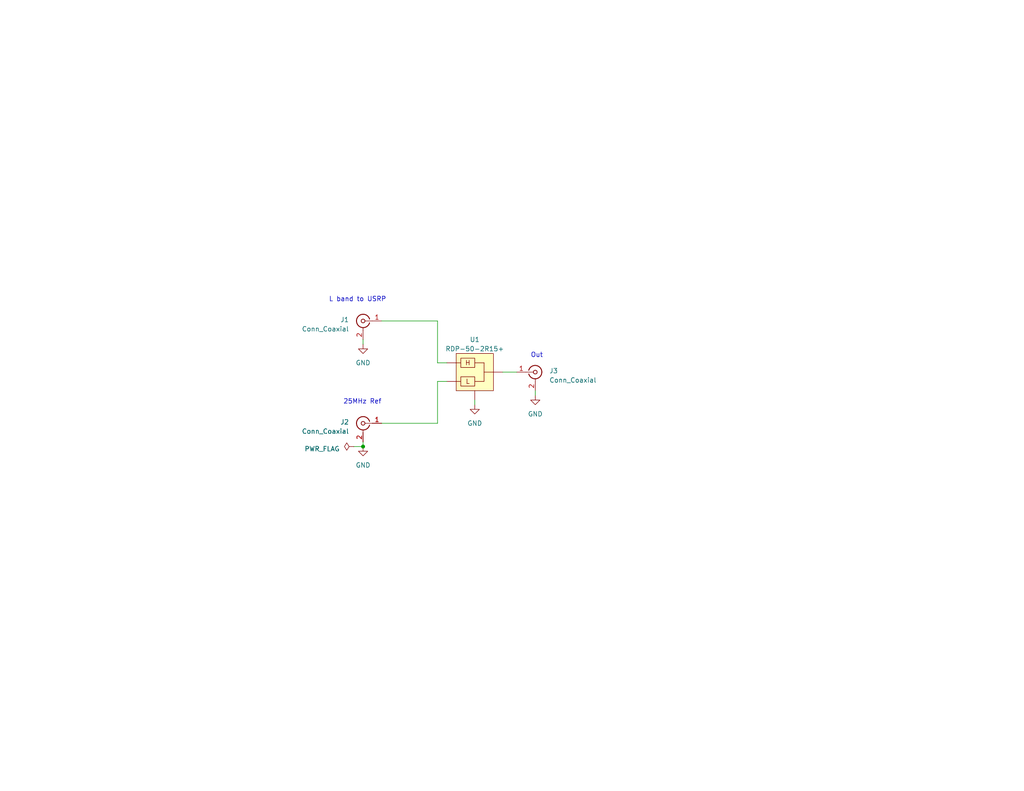
<source format=kicad_sch>
(kicad_sch (version 20230121) (generator eeschema)
  (paper "USLetter")
  (title_block (title "Injection T") (date "2023-06-21") (rev "1") (company "Deep Space Exploration Society") (comment 1 "Designed by Hans Gaensbauer"))
  (lib_symbols
    (symbol "Connector:Conn_Coaxial" (pin_names (offset 1.016) hide)
      (property "Reference" "J" (at 0.254 3.048 0))
      (property "Value" "Conn_Coaxial" (at 2.921 0 90))
      (symbol "Conn_Coaxial_0_1"
        (arc (start -1.778 -0.508) (mid 0.2311 -1.8066) (end 1.778 0) (stroke (width 0.254)))
        (polyline (pts (xy -2.54 0) (xy -0.508 0)))
        (polyline (pts (xy 0 -2.54) (xy 0 -1.778)))
        (circle (center 0 0) (radius 0.508) (stroke (width 0.2032)))
        (arc (start 1.778 0) (mid 0.2099 1.8101) (end -1.778 0.508) (stroke (width 0.254)))
      )
      (symbol "Conn_Coaxial_1_1"
        (pin passive line (at -5.08 0 0) (length 2.54) (name "In") (number "1"))
        (pin passive line (at 0 -5.08 90) (length 2.54) (name "Ext") (number "2"))
      )
    )
    (symbol "interferometer:RDP-50-2R15+" (pin_numbers hide) (pin_names hide)
      (property "Reference" "U" (at -5.715 6.35 0))
      (property "Value" "RDP-50-2R15+" (at 9.525 6.35 0))
      (symbol "RDP-50-2R15+_1_1"
        (rectangle (start -5.08 5.08) (end 5.08 -5.08) (fill (type background)))
        (polyline (pts (xy 2.54 0) (xy 5.08 0)))
        (polyline (pts (xy 2.54 2.54) (xy 0 2.54)))
        (polyline (pts (xy 2.54 2.54) (xy 2.54 -2.54) (xy 0 -2.54)))
        (polyline (pts (xy -5.08 -2.54) (xy -3.81 -2.54) (xy -3.81 -1.27) (xy 0 -1.27) (xy 0 -3.81) (xy -3.81 -3.81) (xy -3.81 -2.54)))
        (polyline (pts (xy -5.08 2.54) (xy -3.81 2.54) (xy -3.81 3.81) (xy 0 3.81) (xy 0 1.27) (xy -3.81 1.27) (xy -3.81 2.54)))
        (text "H" (at -1.905 2.54 0) (effects (font (size 1.27 1.27))))
        (text "L\n" (at -1.905 -2.54 0) (effects (font (size 1.27 1.27))))
        (pin passive line (at 0 -7.62 90) (length 2.54) (name "GND") (number "1"))
        (pin passive line (at -7.62 2.54 0) (length 2.54) (name "HI") (number "10"))
        (pin passive line (at 0 -7.62 180) (length 0) hide (name "GND") (number "11"))
        (pin passive line (at 0 -7.62 180) (length 0) hide (name "GND") (number "12"))
        (pin passive line (at 0 -7.62 180) (length 0) hide (name "GND") (number "13"))
        (pin passive line (at -7.62 -2.54 0) (length 2.54) (name "LO") (number "14"))
        (pin passive line (at 0 -7.62 180) (length 0) hide (name "GND") (number "15"))
        (pin passive line (at 0 -7.62 180) (length 0) hide (name "GND") (number "16"))
        (pin passive line (at 7.62 0 180) (length 2.54) (name "COM") (number "2"))
        (pin passive line (at 0 -7.62 180) (length 0) hide (name "GND") (number "3"))
        (pin passive line (at 0 -7.62 180) (length 0) hide (name "GND") (number "4"))
        (pin passive line (at 0 -7.62 180) (length 0) hide (name "GND") (number "5"))
        (pin passive line (at 0 -7.62 180) (length 0) hide (name "GND") (number "6"))
        (pin passive line (at 0 -7.62 180) (length 0) hide (name "GND") (number "7"))
        (pin passive line (at 0 -7.62 180) (length 0) hide (name "GND") (number "8"))
        (pin passive line (at 0 -7.62 180) (length 0) hide (name "GND") (number "9"))
      )
    )
    (symbol "power:GND" (power) (pin_names (offset 0))
      (property "Value" "GND" (at 0 -3.81 0))
      (symbol "GND_0_1"
        (polyline (pts (xy 0 0) (xy 0 -1.27) (xy 1.27 -1.27) (xy 0 -2.54) (xy -1.27 -1.27) (xy 0 -1.27)))
      )
      (symbol "GND_1_1"
        (pin power_in line (at 0 0 270) (length 0) hide (name "GND") (number "1"))
      )
    )
    (symbol "power:PWR_FLAG" (power) (pin_numbers hide) (pin_names (offset 0) hide)
      (property "Value" "PWR_FLAG" (at 0 3.81 0))
      (symbol "PWR_FLAG_0_0"
        (pin power_out line (at 0 0 90) (length 0) (name "pwr") (number "1"))
      )
      (symbol "PWR_FLAG_0_1"
        (polyline (pts (xy 0 0) (xy 0 1.27) (xy -1.016 1.905) (xy 0 2.54) (xy 1.016 1.905) (xy 0 1.27)))
      )
    )
  )
  (junction (at 99.06 121.92))
  (wire (pts (xy 99.06 120.65) (xy 99.06 121.92)))
  (wire (pts (xy 137.16 101.6) (xy 140.97 101.6)))
  (wire (pts (xy 119.38 87.63) (xy 119.38 99.06)))
  (wire (pts (xy 146.05 106.68) (xy 146.05 107.95)))
  (wire (pts (xy 104.14 115.57) (xy 119.38 115.57)))
  (wire (pts (xy 121.92 104.14) (xy 119.38 104.14)))
  (wire (pts (xy 104.14 87.63) (xy 119.38 87.63)))
  (wire (pts (xy 119.38 104.14) (xy 119.38 115.57)))
  (wire (pts (xy 99.06 92.71) (xy 99.06 93.98)))
  (wire (pts (xy 96.52 121.92) (xy 99.06 121.92)))
  (wire (pts (xy 129.54 109.22) (xy 129.54 110.49)))
  (wire (pts (xy 119.38 99.06) (xy 121.92 99.06)))
  (text "25MHz Ref" (at 104.14 110.49 0) (effects (font (size 1.27 1.27)) (justify right bottom)))
  (text "L band to USRP" (at 105.41 82.55 0) (effects (font (size 1.27 1.27)) (justify right bottom)))
  (text "Out" (at 144.78 97.79 0) (effects (font (size 1.27 1.27)) (justify left bottom)))
  (symbol (lib_id "Connector:Conn_Coaxial") (at 99.06 115.57 0) (mirror y) (unit 1)
    (property "Reference" "J2" (at 95.25 115.2282 0) (effects (justify left)))
    (property "Value" "Conn_Coaxial" (at 95.25 117.7682 0) (effects (justify left)))
    (property "Footprint" "Connector_Coaxial:SMA_Samtec_SMA-J-P-X-ST-EM1_EdgeMount" (effects hide))
    (property "Datasheet" " ~" (effects hide))
  )
  (symbol (lib_id "power:GND") (at 99.06 93.98 0) (mirror y) (unit 1)
    (property "Reference" "#PWR01" (effects hide))
    (property "Value" "GND" (at 99.06 99.06 0))
  )
  (symbol (lib_id "power:GND") (at 99.06 121.92 0) (mirror y) (unit 1)
    (property "Reference" "#PWR03" (effects hide))
    (property "Value" "GND" (at 99.06 127 0))
  )
  (symbol (lib_id "power:GND") (at 129.54 110.49 0) (unit 1)
    (property "Reference" "#PWR02" (effects hide))
    (property "Value" "GND" (at 129.54 115.57 0))
  )
  (symbol (lib_id "power:GND") (at 146.05 107.95 0) (unit 1)
    (property "Reference" "#PWR09" (effects hide))
    (property "Value" "GND" (at 146.05 113.03 0))
  )
  (symbol (lib_id "interferometer:RDP-50-2R15+") (at 129.54 101.6 0) (unit 1)
    (property "Reference" "U1" (at 129.54 92.71 0))
    (property "Value" "RDP-50-2R15+" (at 129.54 95.25 0))
    (property "Footprint" "RF_Mini-Circuits:Mini-Circuits_CK605_LandPatternPL-012" (effects hide))
    (property "Datasheet" "https://www.minicircuits.com/pdfs/RDP-50-2R15+.pdf" (effects hide))
  )
  (symbol (lib_id "power:PWR_FLAG") (at 96.52 121.92 90) (unit 1)
    (property "Reference" "#FLG01" (effects hide))
    (property "Value" "PWR_FLAG" (at 92.71 122.555 90) (effects (justify left)))
  )
  (symbol (lib_id "Connector:Conn_Coaxial") (at 146.05 101.6 0) (unit 1)
    (property "Reference" "J3" (at 149.86 101.2582 0) (effects (justify left)))
    (property "Value" "Conn_Coaxial" (at 149.86 103.7982 0) (effects (justify left)))
    (property "Footprint" "Connector_Coaxial:SMA_Samtec_SMA-J-P-X-ST-EM1_EdgeMount" (effects hide))
    (property "Datasheet" " ~" (effects hide))
  )
  (symbol (lib_id "Connector:Conn_Coaxial") (at 99.06 87.63 0) (mirror y) (unit 1)
    (property "Reference" "J1" (at 95.25 87.2882 0) (effects (justify left)))
    (property "Value" "Conn_Coaxial" (at 95.25 89.8282 0) (effects (justify left)))
    (property "Footprint" "Connector_Coaxial:SMA_Samtec_SMA-J-P-X-ST-EM1_EdgeMount" (effects hide))
    (property "Datasheet" " ~" (effects hide))
  )
)
</source>
